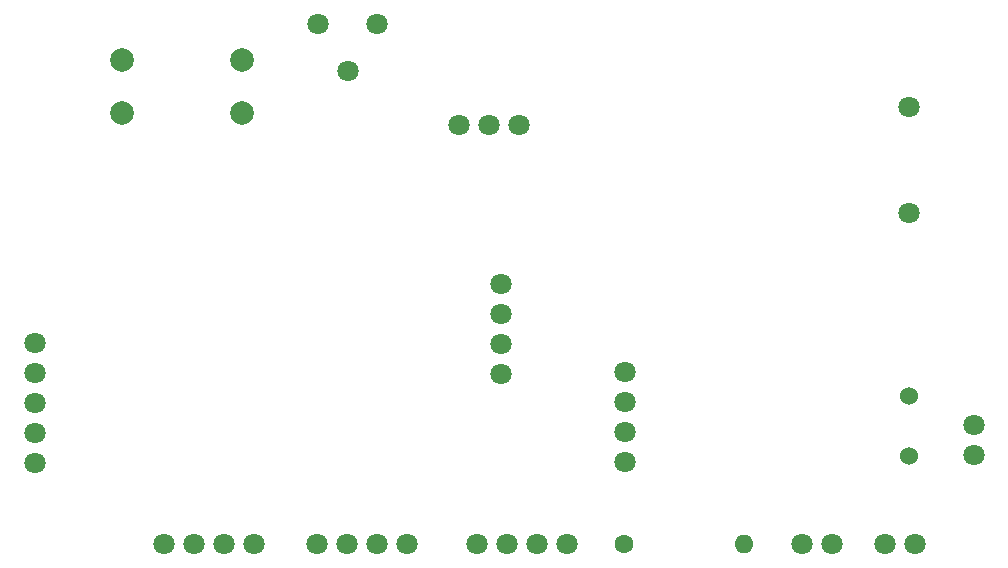
<source format=gbr>
%TF.GenerationSoftware,KiCad,Pcbnew,7.0.11+dfsg-1build4*%
%TF.CreationDate,2024-10-25T06:38:10+02:00*%
%TF.ProjectId,BertheVarioTac-Shema,42657274-6865-4566-9172-696f5461632d,rev?*%
%TF.SameCoordinates,Original*%
%TF.FileFunction,Soldermask,Bot*%
%TF.FilePolarity,Negative*%
%FSLAX46Y46*%
G04 Gerber Fmt 4.6, Leading zero omitted, Abs format (unit mm)*
G04 Created by KiCad (PCBNEW 7.0.11+dfsg-1build4) date 2024-10-25 06:38:10*
%MOMM*%
%LPD*%
G01*
G04 APERTURE LIST*
%ADD10C,1.524000*%
%ADD11C,1.800000*%
%ADD12C,1.600000*%
%ADD13O,1.600000X1.600000*%
%ADD14C,2.000000*%
G04 APERTURE END LIST*
D10*
%TO.C,BT1*%
X168000000Y-127460000D03*
X168000000Y-132540000D03*
%TD*%
D11*
%TO.C,SW1*%
X173500000Y-132500000D03*
X173500000Y-129960000D03*
%TD*%
%TO.C,Usb-C-charger1*%
X168000000Y-103000000D03*
X168000000Y-112000000D03*
%TD*%
D12*
%TO.C,R1*%
X143880000Y-140000000D03*
D13*
X154040000Y-140000000D03*
%TD*%
D11*
%TO.C,CN1*%
X125500000Y-140000000D03*
X122960000Y-140000000D03*
X120420000Y-140000000D03*
X117880000Y-140000000D03*
%TD*%
D14*
%TO.C,R2*%
X111580000Y-99000000D03*
X101420000Y-99000000D03*
%TD*%
D11*
%TO.C,S1*%
X168500000Y-140000000D03*
X165960000Y-140000000D03*
%TD*%
%TO.C,P4*%
X161500000Y-140000000D03*
X158960000Y-140000000D03*
%TD*%
%TO.C,GPS-NEO6M1*%
X133500000Y-125620000D03*
X133500000Y-123080000D03*
X133500000Y-120540000D03*
X133500000Y-118000000D03*
%TD*%
D14*
%TO.C,R3*%
X111580000Y-103500000D03*
X101420000Y-103500000D03*
%TD*%
D11*
%TO.C,Lipo-1S-to-5V1*%
X129920000Y-104500000D03*
X132460000Y-104500000D03*
X135000000Y-104500000D03*
%TD*%
%TO.C,QMC5883_Mag1*%
X94000000Y-133160000D03*
X94000000Y-130620000D03*
X94000000Y-128080000D03*
X94000000Y-125540000D03*
X94000000Y-123000000D03*
%TD*%
%TO.C,P1*%
X139040000Y-140000000D03*
X136500000Y-140000000D03*
X133960000Y-140000000D03*
X131420000Y-140000000D03*
%TD*%
%TO.C,P5*%
X118000000Y-96000000D03*
X120500000Y-100000000D03*
X123000000Y-96000000D03*
%TD*%
%TO.C,BMP180_Press1*%
X144000000Y-125460000D03*
X144000000Y-128000000D03*
X144000000Y-130540000D03*
X144000000Y-133080000D03*
%TD*%
%TO.C,P3*%
X112580000Y-140000000D03*
X110040000Y-140000000D03*
X107500000Y-140000000D03*
X104960000Y-140000000D03*
%TD*%
M02*

</source>
